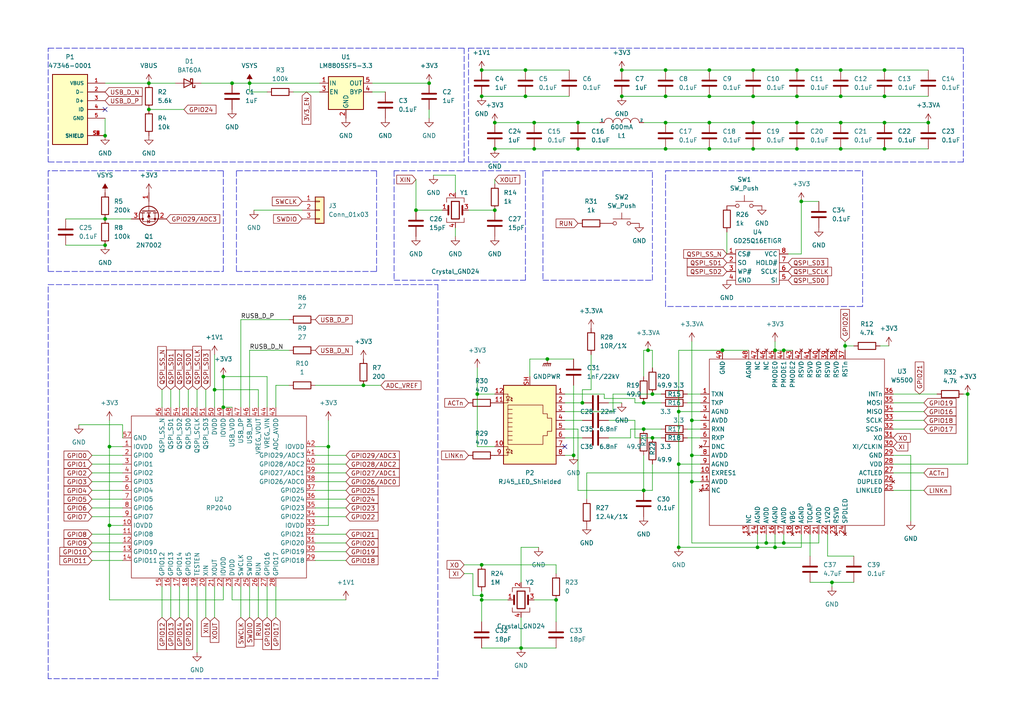
<source format=kicad_sch>
(kicad_sch (version 20211123) (generator eeschema)
  (paper "A4")
  (junction (at 256.54 35.56))
  (junction (at 193.04 43.18))
  (junction (at 124.46 24.13))
  (junction (at 193.04 27.94))
  (junction (at 167.64 43.18))
  (junction (at 143.51 35.56))
  (junction (at 187.96 101.6))
  (junction (at 205.74 35.56))
  (junction (at 180.34 27.94))
  (junction (at 62.23 113.03))
  (junction (at 152.4 20.32))
  (junction (at 139.7 27.94))
  (junction (at 218.44 35.56))
  (junction (at 218.44 43.18))
  (junction (at 241.3 168.91))
  (junction (at 200.66 139.7))
  (junction (at 30.48 39.37))
  (junction (at 269.24 35.56))
  (junction (at 243.84 27.94))
  (junction (at 256.54 20.32))
  (junction (at 139.7 172.72))
  (junction (at 232.41 58.42))
  (junction (at 193.04 35.56))
  (junction (at 95.25 129.54))
  (junction (at 139.7 173.99))
  (junction (at 243.84 20.32))
  (junction (at 166.37 132.08))
  (junction (at 154.94 43.18))
  (junction (at 64.77 109.22))
  (junction (at 143.51 60.96))
  (junction (at 256.54 43.18))
  (junction (at 143.51 43.18))
  (junction (at 196.85 134.62))
  (junction (at 231.14 20.32))
  (junction (at 193.04 20.32))
  (junction (at 280.67 114.3))
  (junction (at 67.31 24.13))
  (junction (at 200.66 121.92))
  (junction (at 186.69 116.84))
  (junction (at 196.85 119.38))
  (junction (at 167.64 35.56))
  (junction (at 152.4 27.94))
  (junction (at 72.39 24.13))
  (junction (at 31.75 129.54))
  (junction (at 158.75 104.14))
  (junction (at 218.44 20.32))
  (junction (at 205.74 20.32))
  (junction (at 205.74 27.94))
  (junction (at 30.48 63.5))
  (junction (at 31.75 152.4))
  (junction (at 218.44 27.94))
  (junction (at 224.79 158.75))
  (junction (at 186.69 142.24))
  (junction (at 231.14 27.94))
  (junction (at 186.69 124.46))
  (junction (at 231.14 43.18))
  (junction (at 196.85 158.75))
  (junction (at 189.23 127))
  (junction (at 200.66 132.08))
  (junction (at 120.65 60.96))
  (junction (at 256.54 27.94))
  (junction (at 64.77 118.11))
  (junction (at 219.71 158.75))
  (junction (at 209.55 101.6))
  (junction (at 161.29 173.99))
  (junction (at 222.25 157.48))
  (junction (at 205.74 43.18))
  (junction (at 180.34 20.32))
  (junction (at 138.43 114.3))
  (junction (at 154.94 35.56))
  (junction (at 168.91 116.84))
  (junction (at 224.79 101.6))
  (junction (at 243.84 43.18))
  (junction (at 227.33 101.6))
  (junction (at 227.33 157.48))
  (junction (at 139.7 163.83))
  (junction (at 151.13 187.96))
  (junction (at 43.18 31.75))
  (junction (at 189.23 114.3))
  (junction (at 243.84 35.56))
  (junction (at 105.41 111.76))
  (junction (at 43.18 24.13))
  (junction (at 139.7 20.32))
  (junction (at 245.11 100.33))
  (junction (at 30.48 71.12))
  (junction (at 231.14 35.56))
  (no_connect (at 30.48 31.75))
  (no_connect (at 163.83 129.54))
  (wire (pts (xy 168.91 113.03) (xy 168.91 116.84)))
  (wire (pts (xy 163.83 127) (xy 168.91 127)))
  (wire (pts (xy 91.44 160.02) (xy 100.33 160.02)))
  (polyline (pts (xy 13.97 49.53) (xy 13.97 78.74)))
  (wire (pts (xy 35.56 152.4) (xy 31.75 152.4)))
  (wire (pts (xy 91.44 154.94) (xy 100.33 154.94)))
  (wire (pts (xy 158.75 104.14) (xy 153.67 104.14)))
  (wire (pts (xy 209.55 101.6) (xy 196.85 101.6)))
  (wire (pts (xy 134.62 166.37) (xy 137.16 166.37)))
  (wire (pts (xy 80.01 111.76) (xy 83.82 111.76)))
  (wire (pts (xy 69.85 92.71) (xy 83.82 92.71)))
  (wire (pts (xy 74.93 170.18) (xy 74.93 179.07)))
  (polyline (pts (xy 279.4 46.99) (xy 135.89 46.99)))
  (wire (pts (xy 182.88 127) (xy 182.88 124.46)))
  (wire (pts (xy 19.05 71.12) (xy 30.48 71.12)))
  (polyline (pts (xy 64.77 49.53) (xy 13.97 49.53)))
  (wire (pts (xy 231.14 35.56) (xy 243.84 35.56)))
  (wire (pts (xy 147.32 173.99) (xy 139.7 173.99)))
  (wire (pts (xy 77.47 109.22) (xy 64.77 109.22)))
  (wire (pts (xy 31.75 129.54) (xy 35.56 129.54)))
  (wire (pts (xy 177.8 119.38) (xy 177.8 114.3)))
  (wire (pts (xy 170.18 137.16) (xy 203.2 137.16)))
  (wire (pts (xy 138.43 114.3) (xy 138.43 129.54)))
  (wire (pts (xy 72.39 24.13) (xy 92.71 24.13)))
  (wire (pts (xy 218.44 27.94) (xy 231.14 27.94)))
  (wire (pts (xy 26.67 144.78) (xy 35.56 144.78)))
  (wire (pts (xy 193.04 35.56) (xy 205.74 35.56)))
  (wire (pts (xy 200.66 157.48) (xy 200.66 139.7)))
  (wire (pts (xy 91.44 152.4) (xy 95.25 152.4)))
  (polyline (pts (xy 193.04 88.9) (xy 193.04 49.53)))
  (wire (pts (xy 243.84 27.94) (xy 256.54 27.94)))
  (polyline (pts (xy 135.89 46.99) (xy 135.89 13.97)))
  (wire (pts (xy 184.15 121.92) (xy 184.15 127)))
  (wire (pts (xy 57.15 170.18) (xy 57.15 189.23)))
  (wire (pts (xy 210.82 67.31) (xy 210.82 73.66)))
  (wire (pts (xy 74.93 118.11) (xy 74.93 113.03)))
  (wire (pts (xy 237.49 154.94) (xy 237.49 157.48)))
  (wire (pts (xy 280.67 134.62) (xy 280.67 114.3)))
  (wire (pts (xy 139.7 187.96) (xy 151.13 187.96)))
  (wire (pts (xy 69.85 170.18) (xy 69.85 179.07)))
  (wire (pts (xy 259.08 142.24) (xy 267.97 142.24)))
  (wire (pts (xy 205.74 35.56) (xy 218.44 35.56)))
  (wire (pts (xy 124.46 34.29) (xy 124.46 31.75)))
  (wire (pts (xy 132.08 68.58) (xy 132.08 66.04)))
  (polyline (pts (xy 134.62 13.97) (xy 134.62 46.99)))
  (wire (pts (xy 232.41 154.94) (xy 232.41 158.75)))
  (wire (pts (xy 80.01 118.11) (xy 80.01 111.76)))
  (wire (pts (xy 49.53 113.03) (xy 49.53 118.11)))
  (wire (pts (xy 245.11 100.33) (xy 245.11 101.6)))
  (wire (pts (xy 62.23 113.03) (xy 62.23 118.11)))
  (wire (pts (xy 73.66 60.96) (xy 87.63 60.96)))
  (wire (pts (xy 264.16 132.08) (xy 264.16 151.13)))
  (wire (pts (xy 139.7 27.94) (xy 152.4 27.94)))
  (wire (pts (xy 167.64 142.24) (xy 186.69 142.24)))
  (wire (pts (xy 167.64 43.18) (xy 193.04 43.18)))
  (wire (pts (xy 154.94 173.99) (xy 161.29 173.99)))
  (polyline (pts (xy 13.97 46.99) (xy 13.97 13.97)))
  (wire (pts (xy 231.14 43.18) (xy 243.84 43.18)))
  (polyline (pts (xy 64.77 78.74) (xy 64.77 49.53)))
  (wire (pts (xy 91.44 157.48) (xy 100.33 157.48)))
  (wire (pts (xy 186.69 35.56) (xy 193.04 35.56)))
  (wire (pts (xy 58.42 24.13) (xy 67.31 24.13)))
  (wire (pts (xy 52.07 113.03) (xy 52.07 118.11)))
  (wire (pts (xy 26.67 139.7) (xy 35.56 139.7)))
  (wire (pts (xy 227.33 154.94) (xy 227.33 157.48)))
  (wire (pts (xy 107.95 26.67) (xy 111.76 26.67)))
  (wire (pts (xy 72.39 170.18) (xy 72.39 179.07)))
  (wire (pts (xy 196.85 119.38) (xy 196.85 134.62)))
  (wire (pts (xy 189.23 127) (xy 191.77 127)))
  (wire (pts (xy 245.11 99.06) (xy 245.11 100.33)))
  (wire (pts (xy 138.43 114.3) (xy 143.51 114.3)))
  (wire (pts (xy 200.66 139.7) (xy 203.2 139.7)))
  (wire (pts (xy 72.39 101.6) (xy 83.82 101.6)))
  (wire (pts (xy 222.25 157.48) (xy 227.33 157.48)))
  (wire (pts (xy 139.7 20.32) (xy 152.4 20.32)))
  (wire (pts (xy 243.84 43.18) (xy 256.54 43.18)))
  (wire (pts (xy 237.49 157.48) (xy 227.33 157.48)))
  (wire (pts (xy 163.83 121.92) (xy 168.91 121.92)))
  (wire (pts (xy 256.54 20.32) (xy 269.24 20.32)))
  (wire (pts (xy 259.08 119.38) (xy 267.97 119.38)))
  (polyline (pts (xy 109.22 78.74) (xy 109.22 49.53)))
  (wire (pts (xy 120.65 60.96) (xy 128.27 60.96)))
  (wire (pts (xy 256.54 35.56) (xy 269.24 35.56)))
  (wire (pts (xy 91.44 132.08) (xy 100.33 132.08)))
  (wire (pts (xy 151.13 179.07) (xy 151.13 187.96)))
  (wire (pts (xy 26.67 147.32) (xy 35.56 147.32)))
  (wire (pts (xy 143.51 52.07) (xy 143.51 53.34)))
  (wire (pts (xy 138.43 106.68) (xy 138.43 114.3)))
  (wire (pts (xy 139.7 172.72) (xy 139.7 173.99)))
  (wire (pts (xy 189.23 114.3) (xy 191.77 114.3)))
  (wire (pts (xy 77.47 170.18) (xy 77.47 179.07)))
  (wire (pts (xy 54.61 113.03) (xy 54.61 118.11)))
  (wire (pts (xy 267.97 116.84) (xy 259.08 116.84)))
  (wire (pts (xy 193.04 43.18) (xy 205.74 43.18)))
  (wire (pts (xy 135.89 60.96) (xy 143.51 60.96)))
  (wire (pts (xy 64.77 109.22) (xy 64.77 118.11)))
  (wire (pts (xy 203.2 132.08) (xy 200.66 132.08)))
  (polyline (pts (xy 189.23 81.28) (xy 189.23 49.53)))
  (wire (pts (xy 91.44 134.62) (xy 100.33 134.62)))
  (wire (pts (xy 91.44 142.24) (xy 100.33 142.24)))
  (wire (pts (xy 205.74 27.94) (xy 218.44 27.94)))
  (wire (pts (xy 120.65 52.07) (xy 120.65 60.96)))
  (wire (pts (xy 77.47 118.11) (xy 77.47 109.22)))
  (wire (pts (xy 72.39 118.11) (xy 72.39 101.6)))
  (wire (pts (xy 152.4 20.32) (xy 165.1 20.32)))
  (wire (pts (xy 167.64 124.46) (xy 167.64 142.24)))
  (wire (pts (xy 231.14 20.32) (xy 243.84 20.32)))
  (wire (pts (xy 186.69 101.6) (xy 187.96 101.6)))
  (wire (pts (xy 240.03 161.29) (xy 247.65 161.29)))
  (wire (pts (xy 205.74 20.32) (xy 218.44 20.32)))
  (wire (pts (xy 143.51 43.18) (xy 154.94 43.18)))
  (polyline (pts (xy 250.19 49.53) (xy 250.19 88.9)))
  (wire (pts (xy 196.85 119.38) (xy 203.2 119.38)))
  (wire (pts (xy 50.8 24.13) (xy 43.18 24.13)))
  (wire (pts (xy 26.67 137.16) (xy 35.56 137.16)))
  (wire (pts (xy 209.55 101.6) (xy 217.17 101.6)))
  (wire (pts (xy 107.95 24.13) (xy 124.46 24.13)))
  (wire (pts (xy 234.95 168.91) (xy 241.3 168.91)))
  (wire (pts (xy 171.45 113.03) (xy 168.91 113.03)))
  (wire (pts (xy 176.53 116.84) (xy 180.34 116.84)))
  (polyline (pts (xy 135.89 13.97) (xy 279.4 13.97)))
  (polyline (pts (xy 127 82.55) (xy 127 196.85)))
  (polyline (pts (xy 68.58 78.74) (xy 109.22 78.74)))
  (wire (pts (xy 232.41 58.42) (xy 237.49 58.42)))
  (polyline (pts (xy 279.4 13.97) (xy 279.4 46.99)))
  (wire (pts (xy 205.74 43.18) (xy 218.44 43.18)))
  (wire (pts (xy 52.07 170.18) (xy 52.07 179.07)))
  (wire (pts (xy 151.13 158.75) (xy 156.21 158.75)))
  (wire (pts (xy 31.75 129.54) (xy 31.75 152.4)))
  (wire (pts (xy 26.67 134.62) (xy 35.56 134.62)))
  (polyline (pts (xy 152.4 49.53) (xy 114.3 49.53)))
  (wire (pts (xy 80.01 170.18) (xy 80.01 179.07)))
  (wire (pts (xy 186.69 132.08) (xy 186.69 142.24)))
  (wire (pts (xy 67.31 173.99) (xy 67.31 170.18)))
  (wire (pts (xy 69.85 118.11) (xy 69.85 92.71)))
  (wire (pts (xy 137.16 166.37) (xy 137.16 172.72)))
  (wire (pts (xy 53.34 31.75) (xy 43.18 31.75)))
  (wire (pts (xy 64.77 173.99) (xy 31.75 173.99)))
  (wire (pts (xy 77.47 26.67) (xy 72.39 26.67)))
  (polyline (pts (xy 189.23 49.53) (xy 157.48 49.53)))
  (wire (pts (xy 163.83 119.38) (xy 177.8 119.38)))
  (wire (pts (xy 91.44 147.32) (xy 100.33 147.32)))
  (wire (pts (xy 196.85 101.6) (xy 196.85 119.38)))
  (wire (pts (xy 186.69 109.22) (xy 186.69 101.6)))
  (wire (pts (xy 95.25 129.54) (xy 91.44 129.54)))
  (wire (pts (xy 91.44 111.76) (xy 105.41 111.76)))
  (polyline (pts (xy 157.48 81.28) (xy 189.23 81.28)))
  (wire (pts (xy 158.75 104.14) (xy 166.37 104.14)))
  (wire (pts (xy 161.29 163.83) (xy 139.7 163.83)))
  (wire (pts (xy 199.39 116.84) (xy 203.2 116.84)))
  (wire (pts (xy 189.23 142.24) (xy 186.69 142.24)))
  (wire (pts (xy 74.93 113.03) (xy 62.23 113.03)))
  (wire (pts (xy 30.48 24.13) (xy 43.18 24.13)))
  (wire (pts (xy 167.64 35.56) (xy 173.99 35.56)))
  (wire (pts (xy 177.8 114.3) (xy 189.23 114.3)))
  (wire (pts (xy 125.73 50.8) (xy 132.08 50.8)))
  (wire (pts (xy 161.29 173.99) (xy 161.29 180.34)))
  (wire (pts (xy 196.85 134.62) (xy 196.85 158.75)))
  (wire (pts (xy 200.66 139.7) (xy 200.66 132.08)))
  (wire (pts (xy 163.83 114.3) (xy 175.26 114.3)))
  (wire (pts (xy 224.79 154.94) (xy 224.79 158.75)))
  (wire (pts (xy 95.25 152.4) (xy 95.25 129.54)))
  (wire (pts (xy 62.23 170.18) (xy 62.23 179.07)))
  (wire (pts (xy 243.84 35.56) (xy 256.54 35.56)))
  (wire (pts (xy 193.04 27.94) (xy 205.74 27.94)))
  (wire (pts (xy 163.83 124.46) (xy 167.64 124.46)))
  (wire (pts (xy 243.84 20.32) (xy 256.54 20.32)))
  (wire (pts (xy 166.37 111.76) (xy 166.37 132.08)))
  (wire (pts (xy 247.65 100.33) (xy 245.11 100.33)))
  (wire (pts (xy 259.08 124.46) (xy 267.97 124.46)))
  (wire (pts (xy 72.39 26.67) (xy 72.39 24.13)))
  (polyline (pts (xy 157.48 49.53) (xy 157.48 81.28)))
  (wire (pts (xy 200.66 157.48) (xy 222.25 157.48)))
  (wire (pts (xy 54.61 170.18) (xy 54.61 179.07)))
  (wire (pts (xy 219.71 154.94) (xy 219.71 158.75)))
  (wire (pts (xy 137.16 172.72) (xy 139.7 172.72)))
  (wire (pts (xy 176.53 121.92) (xy 184.15 121.92)))
  (wire (pts (xy 232.41 158.75) (xy 224.79 158.75)))
  (wire (pts (xy 46.99 113.03) (xy 46.99 118.11)))
  (wire (pts (xy 64.77 118.11) (xy 67.31 118.11)))
  (polyline (pts (xy 114.3 49.53) (xy 114.3 81.28)))
  (wire (pts (xy 180.34 27.94) (xy 193.04 27.94)))
  (wire (pts (xy 186.69 116.84) (xy 191.77 116.84)))
  (wire (pts (xy 219.71 158.75) (xy 224.79 158.75)))
  (wire (pts (xy 227.33 101.6) (xy 229.87 101.6)))
  (wire (pts (xy 26.67 162.56) (xy 35.56 162.56)))
  (polyline (pts (xy 13.97 78.74) (xy 64.77 78.74)))
  (wire (pts (xy 279.4 114.3) (xy 280.67 114.3)))
  (wire (pts (xy 186.69 124.46) (xy 191.77 124.46)))
  (wire (pts (xy 259.08 121.92) (xy 267.97 121.92)))
  (wire (pts (xy 62.23 102.87) (xy 62.23 113.03)))
  (wire (pts (xy 189.23 106.68) (xy 189.23 101.6)))
  (wire (pts (xy 241.3 170.18) (xy 241.3 168.91)))
  (wire (pts (xy 267.97 137.16) (xy 259.08 137.16)))
  (wire (pts (xy 175.26 115.57) (xy 184.15 115.57)))
  (wire (pts (xy 91.44 139.7) (xy 100.33 139.7)))
  (wire (pts (xy 57.15 113.03) (xy 57.15 118.11)))
  (wire (pts (xy 153.67 104.14) (xy 153.67 109.22)))
  (wire (pts (xy 224.79 99.06) (xy 224.79 101.6)))
  (wire (pts (xy 218.44 43.18) (xy 231.14 43.18)))
  (polyline (pts (xy 13.97 13.97) (xy 134.62 13.97)))
  (wire (pts (xy 193.04 20.32) (xy 205.74 20.32)))
  (wire (pts (xy 196.85 158.75) (xy 219.71 158.75)))
  (wire (pts (xy 91.44 137.16) (xy 100.33 137.16)))
  (wire (pts (xy 59.69 113.03) (xy 59.69 118.11)))
  (wire (pts (xy 231.14 27.94) (xy 243.84 27.94)))
  (wire (pts (xy 132.08 50.8) (xy 132.08 55.88)))
  (wire (pts (xy 105.41 111.76) (xy 110.49 111.76)))
  (wire (pts (xy 166.37 132.08) (xy 163.83 132.08)))
  (wire (pts (xy 64.77 170.18) (xy 64.77 173.99)))
  (wire (pts (xy 143.51 35.56) (xy 154.94 35.56)))
  (wire (pts (xy 59.69 170.18) (xy 59.69 179.07)))
  (wire (pts (xy 170.18 144.78) (xy 170.18 137.16)))
  (wire (pts (xy 199.39 124.46) (xy 203.2 124.46)))
  (wire (pts (xy 218.44 20.32) (xy 231.14 20.32)))
  (wire (pts (xy 95.25 121.92) (xy 95.25 129.54)))
  (wire (pts (xy 163.83 116.84) (xy 168.91 116.84)))
  (wire (pts (xy 199.39 114.3) (xy 203.2 114.3)))
  (wire (pts (xy 46.99 170.18) (xy 46.99 179.07)))
  (wire (pts (xy 91.44 162.56) (xy 100.33 162.56)))
  (wire (pts (xy 26.67 160.02) (xy 35.56 160.02)))
  (wire (pts (xy 26.67 132.08) (xy 35.56 132.08)))
  (wire (pts (xy 189.23 134.62) (xy 189.23 142.24)))
  (wire (pts (xy 256.54 43.18) (xy 269.24 43.18)))
  (wire (pts (xy 228.6 73.66) (xy 232.41 73.66)))
  (wire (pts (xy 35.56 123.19) (xy 35.56 127)))
  (wire (pts (xy 232.41 73.66) (xy 232.41 58.42)))
  (wire (pts (xy 200.66 121.92) (xy 203.2 121.92)))
  (wire (pts (xy 67.31 24.13) (xy 72.39 24.13)))
  (polyline (pts (xy 114.3 81.28) (xy 152.4 81.28)))
  (polyline (pts (xy 109.22 49.53) (xy 68.58 49.53)))
  (wire (pts (xy 184.15 116.84) (xy 186.69 116.84)))
  (wire (pts (xy 151.13 187.96) (xy 161.29 187.96)))
  (wire (pts (xy 241.3 168.91) (xy 247.65 168.91)))
  (wire (pts (xy 224.79 101.6) (xy 227.33 101.6)))
  (wire (pts (xy 26.67 157.48) (xy 35.56 157.48)))
  (wire (pts (xy 139.7 173.99) (xy 139.7 180.34)))
  (polyline (pts (xy 250.19 88.9) (xy 193.04 88.9)))
  (polyline (pts (xy 13.97 82.55) (xy 127 82.55)))
  (wire (pts (xy 200.66 132.08) (xy 200.66 121.92)))
  (wire (pts (xy 26.67 142.24) (xy 35.56 142.24)))
  (wire (pts (xy 184.15 115.57) (xy 184.15 116.84)))
  (wire (pts (xy 259.08 134.62) (xy 280.67 134.62)))
  (wire (pts (xy 139.7 171.45) (xy 139.7 172.72)))
  (wire (pts (xy 176.53 127) (xy 182.88 127)))
  (wire (pts (xy 91.44 144.78) (xy 100.33 144.78)))
  (wire (pts (xy 200.66 99.06) (xy 200.66 121.92)))
  (wire (pts (xy 31.75 173.99) (xy 31.75 152.4)))
  (wire (pts (xy 31.75 121.92) (xy 31.75 129.54)))
  (wire (pts (xy 49.53 170.18) (xy 49.53 179.07)))
  (wire (pts (xy 91.44 149.86) (xy 100.33 149.86)))
  (wire (pts (xy 143.51 129.54) (xy 138.43 129.54)))
  (wire (pts (xy 222.25 154.94) (xy 222.25 157.48)))
  (polyline (pts (xy 13.97 196.85) (xy 13.97 82.55)))
  (wire (pts (xy 152.4 27.94) (xy 165.1 27.94)))
  (wire (pts (xy 161.29 166.37) (xy 161.29 163.83)))
  (wire (pts (xy 218.44 35.56) (xy 231.14 35.56)))
  (wire (pts (xy 182.88 124.46) (xy 186.69 124.46)))
  (wire (pts (xy 154.94 43.18) (xy 167.64 43.18)))
  (wire (pts (xy 154.94 35.56) (xy 167.64 35.56)))
  (wire (pts (xy 19.05 63.5) (xy 30.48 63.5)))
  (wire (pts (xy 85.09 26.67) (xy 92.71 26.67)))
  (wire (pts (xy 22.86 123.19) (xy 35.56 123.19)))
  (wire (pts (xy 184.15 127) (xy 189.23 127)))
  (polyline (pts (xy 193.04 49.53) (xy 250.19 49.53)))
  (wire (pts (xy 30.48 63.5) (xy 38.1 63.5)))
  (wire (pts (xy 199.39 127) (xy 203.2 127)))
  (wire (pts (xy 259.08 114.3) (xy 271.78 114.3)))
  (wire (pts (xy 180.34 20.32) (xy 193.04 20.32)))
  (polyline (pts (xy 134.62 46.99) (xy 13.97 46.99)))
  (wire (pts (xy 256.54 27.94) (xy 269.24 27.94)))
  (wire (pts (xy 100.33 173.99) (xy 67.31 173.99)))
  (wire (pts (xy 234.95 154.94) (xy 234.95 161.29)))
  (wire (pts (xy 30.48 34.29) (xy 30.48 39.37)))
  (wire (pts (xy 175.26 114.3) (xy 175.26 115.57)))
  (wire (pts (xy 151.13 168.91) (xy 151.13 158.75)))
  (polyline (pts (xy 127 196.85) (xy 13.97 196.85)))
  (wire (pts (xy 259.08 132.08) (xy 264.16 132.08)))
  (wire (pts (xy 189.23 101.6) (xy 187.96 101.6)))
  (wire (pts (xy 257.81 100.33) (xy 255.27 100.33)))
  (wire (pts (xy 26.67 154.94) (xy 35.56 154.94)))
  (polyline (pts (xy 152.4 81.28) (xy 152.4 49.53)))
  (wire (pts (xy 196.85 134.62) (xy 203.2 134.62)))
  (wire (pts (xy 171.45 102.87) (xy 171.45 113.03)))
  (wire (pts (xy 26.67 149.86) (xy 35.56 149.86)))
  (wire (pts (xy 240.03 154.94) (xy 240.03 161.29)))
  (wire (pts (xy 134.62 163.83) (xy 139.7 163.83)))
  (polyline (pts (xy 68.58 49.53) (xy 68.58 78.74)))
  (label "RUSB_D_P" (at 69.85 92.71 0))
  (label "RUSB_D_N" (at 72.39 101.6 0))
  (global_label "GPIO12" (shape input) (at 46.99 179.07 270) (property "Intersheet References" "${INTERSHEET_REFS}" (effects hide)))
  (global_label "GPIO6" (shape input) (at 26.67 147.32 180) (property "Intersheet References" "${INTERSHEET_REFS}" (effects hide)))
  (global_label "GPIO21" (shape input) (at 100.33 154.94 0) (property "Intersheet References" "${INTERSHEET_REFS}" (effects hide)))
  (global_label "GPIO28{slash}ADC2" (shape input) (at 100.33 134.62 0) (property "Intersheet References" "${INTERSHEET_REFS}" (effects hide)))
  (global_label "GPIO18" (shape input) (at 267.97 121.92 0) (property "Intersheet References" "${INTERSHEET_REFS}" (effects hide)))
  (global_label "SWDIO" (shape input) (at 87.63 63.5 180) (property "Intersheet References" "${INTERSHEET_REFS}" (effects hide)))
  (global_label "RUN" (shape input) (at 167.64 64.77 180) (property "Intersheet References" "${INTERSHEET_REFS}" (effects hide)))
  (global_label "XIN" (shape input) (at 120.65 52.07 180) (property "Intersheet References" "${INTERSHEET_REFS}" (effects hide)))
  (global_label "GPIO20" (shape input) (at 245.11 99.06 90) (property "Intersheet References" "${INTERSHEET_REFS}" (effects hide)))
  (global_label "RUN" (shape input) (at 74.93 179.07 270) (property "Intersheet References" "${INTERSHEET_REFS}" (effects hide)))
  (global_label "GPIO9" (shape input) (at 26.67 157.48 180) (property "Intersheet References" "${INTERSHEET_REFS}" (effects hide)))
  (global_label "GPIO19" (shape input) (at 267.97 116.84 0) (property "Intersheet References" "${INTERSHEET_REFS}" (effects hide)))
  (global_label "3V3_EN" (shape input) (at 88.9 26.67 270) (property "Intersheet References" "${INTERSHEET_REFS}" (effects hide)))
  (global_label "XOUT" (shape input) (at 62.23 179.07 270) (property "Intersheet References" "${INTERSHEET_REFS}" (effects hide)))
  (global_label "QSPI_SD3" (shape input) (at 228.6 76.2 0) (property "Intersheet References" "${INTERSHEET_REFS}" (effects hide)))
  (global_label "SWCLK" (shape input) (at 69.85 179.07 270) (property "Intersheet References" "${INTERSHEET_REFS}" (effects hide)))
  (global_label "QSPI_SS_N" (shape input) (at 46.99 113.03 90) (property "Intersheet References" "${INTERSHEET_REFS}" (effects hide)))
  (global_label "QSPI_SD0" (shape input) (at 54.61 113.03 90) (property "Intersheet References" "${INTERSHEET_REFS}" (effects hide)))
  (global_label "GPIO11" (shape input) (at 26.67 162.56 180) (property "Intersheet References" "${INTERSHEET_REFS}" (effects hide)))
  (global_label "GPIO10" (shape input) (at 26.67 160.02 180) (property "Intersheet References" "${INTERSHEET_REFS}" (effects hide)))
  (global_label "XIN" (shape input) (at 59.69 179.07 270) (property "Intersheet References" "${INTERSHEET_REFS}" (effects hide)))
  (global_label "GPIO17" (shape input) (at 267.97 124.46 0) (property "Intersheet References" "${INTERSHEET_REFS}" (effects hide)))
  (global_label "GPIO0" (shape input) (at 26.67 132.08 180) (property "Intersheet References" "${INTERSHEET_REFS}" (effects hide)))
  (global_label "USB_D_P" (shape input) (at 30.48 29.21 0) (property "Intersheet References" "${INTERSHEET_REFS}" (effects hide)))
  (global_label "GPIO4" (shape input) (at 26.67 142.24 180) (property "Intersheet References" "${INTERSHEET_REFS}" (effects hide)))
  (global_label "USB_D_N" (shape input) (at 30.48 26.67 0) (property "Intersheet References" "${INTERSHEET_REFS}" (effects hide)))
  (global_label "GPIO19" (shape input) (at 100.33 160.02 0) (property "Intersheet References" "${INTERSHEET_REFS}" (effects hide)))
  (global_label "QSPI_SD0" (shape input) (at 228.6 81.28 0) (property "Intersheet References" "${INTERSHEET_REFS}" (effects hide)))
  (global_label "GPIO16" (shape input) (at 77.47 179.07 270) (property "Intersheet References" "${INTERSHEET_REFS}" (effects hide)))
  (global_label "QSPI_SD3" (shape input) (at 59.69 113.03 90) (property "Intersheet References" "${INTERSHEET_REFS}" (effects hide)))
  (global_label "USB_D_P" (shape input) (at 91.44 92.71 0) (property "Intersheet References" "${INTERSHEET_REFS}" (effects hide)))
  (global_label "GPIO21" (shape input) (at 266.7 114.3 90) (property "Intersheet References" "${INTERSHEET_REFS}" (effects hide)))
  (global_label "QSPI_SCLK" (shape input) (at 228.6 78.74 0) (property "Intersheet References" "${INTERSHEET_REFS}" (effects hide)))
  (global_label "GPIO1" (shape input) (at 26.67 134.62 180) (property "Intersheet References" "${INTERSHEET_REFS}" (effects hide)))
  (global_label "QSPI_SD2" (shape input) (at 210.82 78.74 180) (property "Intersheet References" "${INTERSHEET_REFS}" (effects hide)))
  (global_label "QSPI_SD2" (shape input) (at 52.07 113.03 90) (property "Intersheet References" "${INTERSHEET_REFS}" (effects hide)))
  (global_label "GPIO23" (shape input) (at 100.33 147.32 0) (property "Intersheet References" "${INTERSHEET_REFS}" (effects hide)))
  (global_label "GPIO5" (shape input) (at 26.67 144.78 180) (property "Intersheet References" "${INTERSHEET_REFS}" (effects hide)))
  (global_label "GPIO20" (shape input) (at 100.33 157.48 0) (property "Intersheet References" "${INTERSHEET_REFS}" (effects hide)))
  (global_label "GPIO27{slash}ADC1" (shape input) (at 100.33 137.16 0) (property "Intersheet References" "${INTERSHEET_REFS}" (effects hide)))
  (global_label "QSPI_SS_N" (shape input) (at 210.82 73.66 180) (property "Intersheet References" "${INTERSHEET_REFS}" (effects hide)))
  (global_label "QSPI_SD1" (shape input) (at 210.82 76.2 180) (property "Intersheet References" "${INTERSHEET_REFS}" (effects hide)))
  (global_label "GPIO8" (shape input) (at 26.67 154.94 180) (property "Intersheet References" "${INTERSHEET_REFS}" (effects hide)))
  (global_label "GPIO17" (shape input) (at 80.01 179.07 270) (property "Intersheet References" "${INTERSHEET_REFS}" (effects hide)))
  (global_label "GPIO2" (shape input) (at 26.67 137.16 180) (property "Intersheet References" "${INTERSHEET_REFS}" (effects hide)))
  (global_label "ADC_VREF" (shape input) (at 110.49 111.76 0) (property "Intersheet References" "${INTERSHEET_REFS}" (effects hide)))
  (global_label "XOUT" (shape input) (at 143.51 52.07 0) (property "Intersheet References" "${INTERSHEET_REFS}" (effects hide)))
  (global_label "GPIO14" (shape input) (at 52.07 179.07 270) (property "Intersheet References" "${INTERSHEET_REFS}" (effects hide)))
  (global_label "GPIO26{slash}ADC0" (shape input) (at 100.33 139.7 0) (property "Intersheet References" "${INTERSHEET_REFS}" (effects hide)))
  (global_label "XO" (shape input) (at 134.62 163.83 180) (property "Intersheet References" "${INTERSHEET_REFS}" (effects hide)))
  (global_label "GPIO29{slash}ADC3" (shape input) (at 48.26 63.5 0) (property "Intersheet References" "${INTERSHEET_REFS}" (effects hide)))
  (global_label "GPIO3" (shape input) (at 26.67 139.7 180) (property "Intersheet References" "${INTERSHEET_REFS}" (effects hide)))
  (global_label "GPIO16" (shape input) (at 267.97 119.38 0) (property "Intersheet References" "${INTERSHEET_REFS}" (effects hide)))
  (global_label "GPIO15" (shape input) (at 54.61 179.07 270) (property "Intersheet References" "${INTERSHEET_REFS}" (effects hide)))
  (global_label "USB_D_N" (shape input) (at 91.44 101.6 0) (property "Intersheet References" "${INTERSHEET_REFS}" (effects hide)))
  (global_label "GPIO29{slash}ADC3" (shape input) (at 100.33 132.08 0) (property "Intersheet References" "${INTERSHEET_REFS}" (effects hide)))
  (global_label "LINKn" (shape input) (at 135.89 132.08 180) (property "Intersheet References" "${INTERSHEET_REFS}" (effects hide)))
  (global_label "GPIO13" (shape input) (at 49.53 179.07 270) (property "Intersheet References" "${INTERSHEET_REFS}" (effects hide)))
  (global_label "GPIO25" (shape input) (at 100.33 142.24 0) (property "Intersheet References" "${INTERSHEET_REFS}" (effects hide)))
  (global_label "XI" (shape input) (at 259.08 129.54 0) (property "Intersheet References" "${INTERSHEET_REFS}" (effects hide)))
  (global_label "QSPI_SD1" (shape input) (at 49.53 113.03 90) (property "Intersheet References" "${INTERSHEET_REFS}" (effects hide)))
  (global_label "LINKn" (shape input) (at 267.97 142.24 0) (property "Intersheet References" "${INTERSHEET_REFS}" (effects hide)))
  (global_label "ACTn" (shape input) (at 267.97 137.16 0) (property "Intersheet References" "${INTERSHEET_REFS}" (effects hide)))
  (global_label "SWCLK" (shape input) (at 87.63 58.42 180) (property "Intersheet References" "${INTERSHEET_REFS}" (effects hide)))
  (global_label "SWDIO" (shape input) (at 72.39 179.07 270) (property "Intersheet References" "${INTERSHEET_REFS}" (effects hide)))
  (global_label "GPIO22" (shape input) (at 100.33 149.86 0) (property "Intersheet References" "${INTERSHEET_REFS}" (effects hide)))
  (global_label "ACTn" (shape input) (at 135.89 116.84 180) (property "Intersheet References" "${INTERSHEET_REFS}" (effects hide)))
  (global_label "GPIO7" (shape input) (at 26.67 149.86 180) (property "Intersheet References" "${INTERSHEET_REFS}" (effects hide)))
  (global_label "XO" (shape input) (at 259.08 127 0) (property "Intersheet References" "${INTERSHEET_REFS}" (effects hide)))
  (global_label "GPIO24" (shape input) (at 53.34 31.75 0) (property "Intersheet References" "${INTERSHEET_REFS}" (effects hide)))
  (global_label "GPIO18" (shape input) (at 100.33 162.56 0) (property "Intersheet References" "${INTERSHEET_REFS}" (effects hide)))
  (global_label "GPIO24" (shape input) (at 100.33 144.78 0) (property "Intersheet References" "${INTERSHEET_REFS}" (effects hide)))
  (global_label "XI" (shape input) (at 134.62 166.37 180) (property "Intersheet References" "${INTERSHEET_REFS}" (effects hide)))
  (global_label "QSPI_SCLK" (shape input) (at 57.15 113.03 90) (property "Intersheet References" "${INTERSHEET_REFS}" (effects hide)))
  (symbol (lib_id "Device:R") (at 170.18 148.59 180) (unit 1)
    (property "Reference" "R27" (at 172.72 147.3199 0) (effects (justify right)))
    (property "Value" "12.4k/1%" (at 172.72 149.8599 0) (effects (justify right)))
    (property "Footprint" "Resistor_SMD:R_0201_0603Metric" (effects hide))
  )
  (symbol (lib_id "Device:C") (at 172.72 127 90) (unit 1)
    (property "Reference" "C36" (at 170.18 129.54 90))
    (property "Value" "6.8nF" (at 176.53 129.54 90))
    (property "Footprint" "Capacitor_SMD:C_0201_0603Metric" (effects hide))
  )
  (symbol (lib_id "power:GND") (at 30.48 71.12 0) (unit 1)
    (property "Reference" "#PWR0103" (effects hide))
    (property "Value" "GND" (at 30.48 76.2 0))
  )
  (symbol (lib_id "Device:R") (at 195.58 116.84 90) (unit 1)
    (property "Reference" "R16" (at 195.58 116.84 90))
    (property "Value" "3.3" (at 193.04 119.38 90))
    (property "Footprint" "Resistor_SMD:R_0201_0603Metric" (effects hide))
  )
  (symbol (lib_id "power:GND") (at 22.86 123.19 0) (unit 1)
    (property "Reference" "#PWR0104" (effects hide))
    (property "Value" "GND" (at 22.86 128.27 0))
  )
  (symbol (lib_id "power:GND") (at 237.49 66.04 0) (unit 1)
    (property "Reference" "#PWR0113" (effects hide))
    (property "Value" "GND" (at 237.49 71.12 0))
  )
  (symbol (lib_id "power:GND") (at 151.13 187.96 0) (unit 1)
    (property "Reference" "#PWR0124" (effects hide))
    (property "Value" "GND" (at 151.13 193.04 0))
  )
  (symbol (lib_id "Connector:RJ45_LED_Shielded") (at 153.67 121.92 0) (mirror x) (unit 1)
    (property "Reference" "P2" (at 153.67 137.16 0))
    (property "Value" "RJ45_LED_Shielded" (at 153.67 139.7 0))
    (property "Footprint" "01-rickbassham:J1B1211CCD" (effects hide))
    (property "Manufacturer PN" "J1B1211CCD" (effects hide))
    (property "lcsc" "C910371" (effects hide))
  )
  (symbol (lib_id "power:VBUS") (at 43.18 24.13 0) (unit 1)
    (property "Reference" "#PWR01" (effects hide))
    (property "Value" "VBUS" (at 43.18 19.05 0))
  )
  (symbol (lib_id "Device:C") (at 247.65 165.1 0) (unit 1)
    (property "Reference" "C39" (at 251.46 163.8299 0) (effects (justify left)))
    (property "Value" "0.1uF" (at 251.46 166.3699 0) (effects (justify left)))
    (property "Footprint" "Capacitor_SMD:C_0201_0603Metric" (effects hide))
  )
  (symbol (lib_id "power:+3.3V") (at 64.77 109.22 0) (unit 1)
    (property "Reference" "#PWR0108" (effects hide))
    (property "Value" "+3.3V" (at 64.77 104.14 0))
  )
  (symbol (lib_id "Device:C") (at 234.95 165.1 0) (unit 1)
    (property "Reference" "C37" (at 238.76 163.8299 0) (effects (justify left)))
    (property "Value" "4.7uF" (at 238.76 166.3699 0) (effects (justify left)))
    (property "Footprint" "Capacitor_SMD:C_0201_0603Metric" (effects hide))
  )
  (symbol (lib_id "power:GND") (at 143.51 43.18 0) (unit 1)
    (property "Reference" "#PWR0140" (effects hide))
    (property "Value" "GND" (at 143.51 48.26 0))
  )
  (symbol (lib_id "01-rickbassham:GD25Q16ETIGR") (at 219.71 67.31 0) (unit 1)
    (property "Reference" "U4" (at 219.71 67.31 0))
    (property "Value" "GD25Q16ETIGR" (at 219.71 69.85 0))
    (property "Footprint" "Package_SO:SOP-8_3.9x4.9mm_P1.27mm" (effects hide))
  )
  (symbol (lib_id "Device:R") (at 161.29 170.18 180) (unit 1)
    (property "Reference" "R23" (at 163.83 168.9099 0) (effects (justify right)))
    (property "Value" "0" (at 163.83 171.4499 0) (effects (justify right)))
    (property "Footprint" "Resistor_SMD:R_0201_0603Metric" (effects hide))
  )
  (symbol (lib_id "01-rickbassham:47346-0001") (at 20.32 31.75 0) (mirror y) (unit 1)
    (property "Reference" "P1" (at 20.32 16.51 0))
    (property "Value" "47346-0001" (at 20.32 19.05 0))
    (property "Footprint" "01-rickbassham:MOLEX_47346-0001" (effects hide))
    (property "lcsc" "C132560" (effects hide))
  )
  (symbol (lib_id "power:GND") (at 210.82 81.28 0) (unit 1)
    (property "Reference" "#PWR0110" (effects hide))
    (property "Value" "GND" (at 210.82 86.36 0))
  )
  (symbol (lib_id "power:+3.3VA") (at 200.66 99.06 0) (unit 1)
    (property "Reference" "#PWR0117" (effects hide))
    (property "Value" "+3.3VA" (at 200.66 93.98 0))
  )
  (symbol (lib_id "Device:R") (at 105.41 107.95 180) (unit 1)
    (property "Reference" "R7" (at 107.95 106.6799 0) (effects (justify right)))
    (property "Value" "200" (at 107.95 109.2199 0) (effects (justify right)))
    (property "Footprint" "Resistor_SMD:R_0201_0603Metric" (effects hide))
  )
  (symbol (lib_id "Device:C") (at 218.44 24.13 0) (unit 1)
    (property "Reference" "C10" (at 222.25 22.8599 0) (effects (justify left)))
    (property "Value" "0.1uF" (at 222.25 25.3999 0) (effects (justify left)))
    (property "Footprint" "Capacitor_SMD:C_0201_0603Metric" (effects hide))
  )
  (symbol (lib_id "power:GND") (at 220.98 59.69 0) (unit 1)
    (property "Reference" "#PWR0111" (effects hide))
    (property "Value" "GND" (at 220.98 64.77 0))
  )
  (symbol (lib_id "Device:C") (at 193.04 24.13 0) (unit 1)
    (property "Reference" "C8" (at 196.85 22.8599 0) (effects (justify left)))
    (property "Value" "0.1uF" (at 196.85 25.3999 0) (effects (justify left)))
    (property "Footprint" "Capacitor_SMD:C_0201_0603Metric" (effects hide))
  )
  (symbol (lib_id "Device:C") (at 237.49 62.23 0) (unit 1)
    (property "Reference" "C34" (at 241.3 60.9599 0) (effects (justify left)))
    (property "Value" "0.1uF" (at 241.3 63.4999 0) (effects (justify left)))
    (property "Footprint" "Capacitor_SMD:C_0201_0603Metric" (effects hide))
  )
  (symbol (lib_id "power:GND") (at 143.51 68.58 0) (unit 1)
    (property "Reference" "#PWR0137" (effects hide))
    (property "Value" "GND" (at 143.51 73.66 0))
  )
  (symbol (lib_id "Device:R") (at 81.28 26.67 90) (unit 1)
    (property "Reference" "R3" (at 81.28 20.32 90))
    (property "Value" "100k" (at 81.28 22.86 90))
    (property "Footprint" "Resistor_SMD:R_0201_0603Metric" (effects hide))
  )
  (symbol (lib_id "power:GND") (at 166.37 132.08 0) (unit 1)
    (property "Reference" "#PWR0130" (effects hide))
    (property "Value" "GND" (at 166.37 137.16 0))
  )
  (symbol (lib_id "power:+3.3V") (at 138.43 106.68 0) (unit 1)
    (property "Reference" "#PWR0132" (effects hide))
    (property "Value" "+3.3V" (at 138.43 101.6 0))
  )
  (symbol (lib_id "power:+3.3V") (at 180.34 20.32 0) (unit 1)
    (property "Reference" "#PWR05" (effects hide))
    (property "Value" "+3.3V" (at 180.34 15.24 0))
  )
  (symbol (lib_id "Device:C") (at 269.24 24.13 0) (unit 1)
    (property "Reference" "C14" (at 273.05 22.8599 0) (effects (justify left)))
    (property "Value" "0.1uF" (at 273.05 25.3999 0) (effects (justify left)))
    (property "Footprint" "Capacitor_SMD:C_0201_0603Metric" (effects hide))
  )
  (symbol (lib_id "Device:C") (at 154.94 39.37 0) (unit 1)
    (property "Reference" "C15" (at 158.75 38.0999 0) (effects (justify left)))
    (property "Value" "0.1uF" (at 158.75 40.6399 0) (effects (justify left)))
    (property "Footprint" "Capacitor_SMD:C_0201_0603Metric" (effects hide))
  )
  (symbol (lib_id "power:GND") (at 185.42 64.77 0) (unit 1)
    (property "Reference" "#PWR0134" (effects hide))
    (property "Value" "GND" (at 185.42 69.85 0))
  )
  (symbol (lib_id "power:GND") (at 67.31 31.75 0) (unit 1)
    (property "Reference" "#PWR06" (effects hide))
    (property "Value" "GND" (at 67.31 36.83 0))
  )
  (symbol (lib_id "Device:D_Schottky") (at 54.61 24.13 180) (unit 1)
    (property "Reference" "D1" (at 54.9275 17.78 0))
    (property "Value" "BAT60A" (at 54.9275 20.32 0))
    (property "Footprint" "Diode_SMD:D_SOD-323" (effects hide))
    (property "Manufacturer PN" "BAT60AE6327HTSA1" (effects hide))
    (property "lcsc" "C117485" (effects hide))
  )
  (symbol (lib_id "Device:C") (at 172.72 116.84 90) (unit 1)
    (property "Reference" "C28" (at 170.18 119.38 90))
    (property "Value" "22nF" (at 176.53 119.38 90))
    (property "Footprint" "Capacitor_SMD:C_0201_0603Metric" (effects hide))
  )
  (symbol (lib_id "Device:C") (at 139.7 184.15 0) (unit 1)
    (property "Reference" "C32" (at 143.51 182.8799 0) (effects (justify left)))
    (property "Value" "18pF" (at 143.51 185.4199 0) (effects (justify left)))
    (property "Footprint" "Capacitor_SMD:C_0201_0603Metric" (effects hide))
  )
  (symbol (lib_id "Device:C") (at 256.54 39.37 0) (unit 1)
    (property "Reference" "C22" (at 260.35 38.0999 0) (effects (justify left)))
    (property "Value" "0.1uF" (at 260.35 40.6399 0) (effects (justify left)))
    (property "Footprint" "Capacitor_SMD:C_0201_0603Metric" (effects hide))
  )
  (symbol (lib_id "power:GND") (at 156.21 158.75 0) (unit 1)
    (property "Reference" "#PWR0125" (effects hide))
    (property "Value" "GND" (at 156.21 163.83 0))
  )
  (symbol (lib_id "Device:C") (at 139.7 24.13 0) (unit 1)
    (property "Reference" "C4" (at 143.51 22.8599 0) (effects (justify left)))
    (property "Value" "1uF" (at 143.51 25.3999 0) (effects (justify left)))
    (property "Footprint" "Capacitor_SMD:C_0201_0603Metric" (effects hide))
  )
  (symbol (lib_id "Device:R") (at 189.23 110.49 180) (unit 1)
    (property "Reference" "R20" (at 190.5 109.22 0) (effects (justify right)))
    (property "Value" "49.9" (at 190.5 111.76 0) (effects (justify right)))
    (property "Footprint" "Resistor_SMD:R_0201_0603Metric" (effects hide))
  )
  (symbol (lib_id "power:GND") (at 186.69 149.86 0) (unit 1)
    (property "Reference" "#PWR0122" (effects hide))
    (property "Value" "GND" (at 186.69 154.94 0))
  )
  (symbol (lib_id "Device:R") (at 87.63 111.76 90) (unit 1)
    (property "Reference" "R10" (at 87.63 105.41 90))
    (property "Value" "1" (at 87.63 107.95 90))
    (property "Footprint" "Resistor_SMD:R_0201_0603Metric" (effects hide))
  )
  (symbol (lib_id "Device:R") (at 195.58 114.3 90) (unit 1)
    (property "Reference" "R15" (at 195.58 114.3 90))
    (property "Value" "3.3" (at 196.85 111.76 90))
    (property "Footprint" "Resistor_SMD:R_0201_0603Metric" (effects hide))
  )
  (symbol (lib_id "Device:C") (at 269.24 39.37 0) (unit 1)
    (property "Reference" "C23" (at 273.05 38.0999 0) (effects (justify left)))
    (property "Value" "0.1uF" (at 273.05 40.6399 0) (effects (justify left)))
    (property "Footprint" "Capacitor_SMD:C_0201_0603Metric" (effects hide))
  )
  (symbol (lib_id "Device:R") (at 87.63 101.6 90) (unit 1)
    (property "Reference" "R9" (at 87.63 95.25 90))
    (property "Value" "27" (at 87.63 97.79 90))
    (property "Footprint" "Resistor_SMD:R_0201_0603Metric" (effects hide))
  )
  (symbol (lib_id "power:+3.3VA") (at 171.45 95.25 0) (unit 1)
    (property "Reference" "#PWR0133" (effects hide))
    (property "Value" "+3.3VA" (at 171.45 90.17 0))
  )
  (symbol (lib_id "Device:C") (at 193.04 39.37 0) (unit 1)
    (property "Reference" "C17" (at 196.85 38.0999 0) (effects (justify left)))
    (property "Value" "0.1uF" (at 196.85 40.6399 0) (effects (justify left)))
    (property "Footprint" "Capacitor_SMD:C_0201_0603Metric" (effects hide))
  )
  (symbol (lib_id "Device:R") (at 275.59 114.3 270) (unit 1)
    (property "Reference" "R32" (at 275.59 107.95 90))
    (property "Value" "4.7k" (at 275.59 110.49 90))
    (property "Footprint" "Resistor_SMD:R_0201_0603Metric" (effects hide))
  )
  (symbol (lib_id "Device:C") (at 256.54 24.13 0) (unit 1)
    (property "Reference" "C13" (at 260.35 22.8599 0) (effects (justify left)))
    (property "Value" "0.1uF" (at 260.35 25.3999 0) (effects (justify left)))
    (property "Footprint" "Capacitor_SMD:C_0201_0603Metric" (effects hide))
  )
  (symbol (lib_id "Device:Crystal_GND24") (at 132.08 60.96 0) (unit 1)
    (property "Reference" "Y1" (at 134.62 55.88 0))
    (property "Value" "Crystal_GND24" (at 132.08 78.74 0))
    (property "Footprint" "Crystal:Crystal_SMD_3225-4Pin_3.2x2.5mm" (effects hide))
    (property "lcsc" "C133334" (effects hide))
  )
  (symbol (lib_id "power:GND") (at 241.3 170.18 0) (unit 1)
    (property "Reference" "#PWR0119" (effects hide))
    (property "Value" "GND" (at 241.3 175.26 0))
  )
  (symbol (lib_id "Device:C") (at 218.44 39.37 0) (unit 1)
    (property "Reference" "C19" (at 222.25 38.0999 0) (effects (justify left)))
    (property "Value" "0.1uF" (at 222.25 40.6399 0) (effects (justify left)))
    (property "Footprint" "Capacitor_SMD:C_0201_0603Metric" (effects hide))
  )
  (symbol (lib_id "Device:R") (at 171.45 64.77 90) (unit 1)
    (property "Reference" "R31" (at 171.45 58.42 90))
    (property "Value" "1k" (at 171.45 60.96 90))
    (property "Footprint" "Resistor_SMD:R_0201_0603Metric" (effects hide))
  )
  (symbol (lib_id "power:GND") (at 264.16 151.13 0) (unit 1)
    (property "Reference" "#PWR0121" (effects hide))
    (property "Value" "GND" (at 264.16 156.21 0))
  )
  (symbol (lib_id "power:GND") (at 100.33 34.29 0) (unit 1)
    (property "Reference" "#PWR09" (effects hide))
    (property "Value" "GND" (at 100.33 39.37 0))
  )
  (symbol (lib_id "Device:C") (at 143.51 64.77 0) (unit 1)
    (property "Reference" "C27" (at 147.32 63.4999 0) (effects (justify left)))
    (property "Value" "15pF" (at 147.32 66.0399 0) (effects (justify left)))
    (property "Footprint" "Capacitor_SMD:C_0201_0603Metric" (effects hide))
  )
  (symbol (lib_id "Device:C") (at 124.46 27.94 0) (unit 1)
    (property "Reference" "C2" (at 128.27 26.6699 0) (effects (justify left)))
    (property "Value" "1uF" (at 128.27 29.2099 0) (effects (justify left)))
    (property "Footprint" "Capacitor_SMD:C_0201_0603Metric" (effects hide))
  )
  (symbol (lib_id "01-rickbassham:LM8805SF5-3.3") (at 100.33 26.67 0) (unit 1)
    (property "Reference" "U1" (at 100.33 16.51 0))
    (property "Value" "LM8805SF5-3.3" (at 100.33 19.05 0))
    (property "Footprint" "Package_TO_SOT_SMD:SOT-23-5" (effects hide))
    (property "lcsc" "C126077" (effects hide))
  )
  (symbol (lib_id "power:+3.3V") (at 257.81 100.33 0) (unit 1)
    (property "Reference" "#PWR0115" (effects hide))
    (property "Value" "+3.3V" (at 257.81 95.25 0))
  )
  (symbol (lib_id "Device:R") (at 43.18 27.94 0) (unit 1)
    (property "Reference" "R2" (at 45.72 26.6699 0) (effects (justify left)))
    (property "Value" "5.6k" (at 45.72 29.2099 0) (effects (justify left)))
    (property "Footprint" "Resistor_SMD:R_0201_0603Metric" (effects hide))
  )
  (symbol (lib_id "Device:R") (at 143.51 57.15 0) (unit 1)
    (property "Reference" "R14" (at 146.05 55.8799 0) (effects (justify left)))
    (property "Value" "1k" (at 146.05 58.4199 0) (effects (justify left)))
    (property "Footprint" "Resistor_SMD:R_0201_0603Metric" (effects hide))
  )
  (symbol (lib_id "power:+3.3V") (at 232.41 58.42 0) (unit 1)
    (property "Reference" "#PWR0112" (effects hide))
    (property "Value" "+3.3V" (at 232.41 53.34 0))
  )
  (symbol (lib_id "power:+3.3V") (at 280.67 114.3 0) (unit 1)
    (property "Reference" "#PWR0120" (effects hide))
    (property "Value" "+3.3V" (at 280.67 109.22 0))
  )
  (symbol (lib_id "power:GND") (at 132.08 68.58 0) (unit 1)
    (property "Reference" "#PWR0136" (effects hide))
    (property "Value" "GND" (at 132.08 73.66 0))
  )
  (symbol (lib_id "01-rickbassham:VSYS") (at 30.48 55.88 0) (unit 1)
    (property "Reference" "#PWR0101" (effects hide))
    (property "Value" "VSYS" (at 30.48 50.8 0))
  )
  (symbol (lib_id "power:GND") (at 180.34 27.94 0) (unit 1)
    (property "Reference" "#PWR08" (effects hide))
    (property "Value" "GND" (at 180.34 33.02 0))
  )
  (symbol (lib_id "Device:C") (at 186.69 146.05 0) (unit 1)
    (property "Reference" "C30" (at 190.5 144.7799 0) (effects (justify left)))
    (property "Value" "0.1uF" (at 190.5 147.3199 0) (effects (justify left)))
    (property "Footprint" "Capacitor_SMD:C_0201_0603Metric" (effects hide))
  )
  (symbol (lib_id "power:+3.3V") (at 95.25 121.92 0) (unit 1)
    (property "Reference" "#PWR0126" (effects hide))
    (property "Value" "+3.3V" (at 95.25 116.84 0))
  )
  (symbol (lib_id "power:GND") (at 196.85 158.75 0) (unit 1)
    (property "Reference" "#PWR0114" (effects hide))
    (property "Value" "GND" (at 196.85 163.83 0))
  )
  (symbol (lib_id "power:+1V1") (at 100.33 173.99 0) (unit 1)
    (property "Reference" "#PWR0106" (effects hide))
    (property "Value" "+1V1" (at 100.33 168.91 0))
  )
  (symbol (lib_id "power:GND") (at 180.34 116.84 0) (unit 1)
    (property "Reference" "#PWR0131" (effects hide))
    (property "Value" "GND" (at 180.34 121.92 0))
  )
  (symbol (lib_id "power:+3.3V") (at 124.46 24.13 0) (unit 1)
    (property "Reference" "#PWR03" (effects hide))
    (property "Value" "+3.3V" (at 124.46 19.05 0))
  )
  (symbol (lib_id "01-rickbassham:RP2040") (at 63.5 146.05 0) (unit 1)
    (property "Reference" "U2" (at 63.5 144.78 0))
    (property "Value" "RP2040" (at 63.5 147.32 0))
    (property "Footprint" "Package_DFN_QFN:QFN-56-1EP_7x7mm_P0.4mm_EP5.6x5.6mm" (effects hide))
  )
  (symbol (lib_id "01-rickbassham:W5500") (at 231.14 128.27 0) (unit 1)
    (property "Reference" "U3" (at 261.62 107.7212 0))
    (property "Value" "W5500" (at 261.62 110.2612 0))
    (property "Footprint" "Package_QFP:LQFP-48-1EP_7x7mm_P0.5mm_EP3.6x3.6mm" (effects hide))
  )
  (symbol (lib_id "Device:C") (at 165.1 24.13 0) (unit 1)
    (property "Reference" "C6" (at 168.91 22.8599 0) (effects (justify left)))
    (property "Value" "0.1uF" (at 168.91 25.3999 0) (effects (justify left)))
    (property "Footprint" "Capacitor_SMD:C_0201_0603Metric" (effects hide))
  )
  (symbol (lib_id "Device:C") (at 19.05 67.31 0) (unit 1)
    (property "Reference" "C25" (at 22.86 66.0399 0) (effects (justify left)))
    (property "Value" "0.1uF" (at 22.86 68.5799 0) (effects (justify left)))
    (property "Footprint" "Capacitor_SMD:C_0201_0603Metric" (effects hide))
  )
  (symbol (lib_id "Device:C") (at 243.84 24.13 0) (unit 1)
    (property "Reference" "C12" (at 247.65 22.8599 0) (effects (justify left)))
    (property "Value" "0.1uF" (at 247.65 25.3999 0) (effects (justify left)))
    (property "Footprint" "Capacitor_SMD:C_0201_0603Metric" (effects hide))
  )
  (symbol (lib_id "Device:C") (at 111.76 30.48 0) (unit 1)
    (property "Reference" "C3" (at 115.57 29.2099 0) (effects (justify left)))
    (property "Value" "0.1uF" (at 115.57 31.7499 0) (effects (justify left)))
    (property "Footprint" "Capacitor_SMD:C_0201_0603Metric" (effects hide))
  )
  (symbol (lib_id "power:GND") (at 43.18 39.37 0) (unit 1)
    (property "Reference" "#PWR013" (effects hide))
    (property "Value" "GND" (at 43.18 44.45 0))
  )
  (symbol (lib_id "Device:R") (at 30.48 59.69 0) (unit 1)
    (property "Reference" "R5" (at 33.02 58.4199 0) (effects (justify left)))
    (property "Value" "200k" (at 33.02 60.9599 0) (effects (justify left)))
    (property "Footprint" "Resistor_SMD:R_0201_0603Metric" (effects hide))
  )
  (symbol (lib_id "Device:C") (at 205.74 24.13 0) (unit 1)
    (property "Reference" "C9" (at 209.55 22.8599 0) (effects (justify left)))
    (property "Value" "0.1uF" (at 209.55 25.3999 0) (effects (justify left)))
    (property "Footprint" "Capacitor_SMD:C_0201_0603Metric" (effects hide))
  )
  (symbol (lib_id "Device:C") (at 167.64 39.37 0) (unit 1)
    (property "Reference" "C16" (at 171.45 38.0999 0) (effects (justify left)))
    (property "Value" "0.1uF" (at 171.45 40.6399 0) (effects (justify left)))
    (property "Footprint" "Capacitor_SMD:C_0201_0603Metric" (effects hide))
  )
  (symbol (lib_id "Device:R") (at 139.7 167.64 180) (unit 1)
    (property "Reference" "R24" (at 142.24 166.3699 0) (effects (justify right)))
    (property "Value" "1M" (at 142.24 168.9099 0) (effects (justify right)))
    (property "Footprint" "Resistor_SMD:R_0201_0603Metric" (effects hide))
  )
  (symbol (lib_id "power:+3.3VA") (at 269.24 35.56 0) (unit 1)
    (property "Reference" "#PWR0139" (effects hide))
    (property "Value" "+3.3VA" (at 269.24 30.48 0))
  )
  (symbol (lib_id "Device:C") (at 67.31 27.94 0) (unit 1)
    (property "Reference" "C1" (at 71.12 26.6699 0) (effects (justify left)))
    (property "Value" "1uF" (at 71.12 29.2099 0) (effects (justify left)))
    (property "Footprint" "Capacitor_SMD:C_0201_0603Metric" (effects hide))
  )
  (symbol (lib_id "power:+3.3V") (at 31.75 121.92 0) (unit 1)
    (property "Reference" "#PWR0105" (effects hide))
    (property "Value" "+3.3V" (at 31.75 116.84 0))
  )
  (symbol (lib_id "Device:C") (at 152.4 24.13 0) (unit 1)
    (property "Reference" "C5" (at 156.21 22.8599 0) (effects (justify left)))
    (property "Value" "0.1uF" (at 156.21 25.3999 0) (effects (justify left)))
    (property "Footprint" "Capacitor_SMD:C_0201_0603Metric" (effects hide))
  )
  (symbol (lib_id "Device:C") (at 161.29 184.15 0) (unit 1)
    (property "Reference" "C33" (at 165.1 182.8799 0) (effects (justify left)))
    (property "Value" "18pF" (at 165.1 185.4199 0) (effects (justify left)))
    (property "Footprint" "Capacitor_SMD:C_0201_0603Metric" (effects hide))
  )
  (symbol (lib_id "power:+3.3V") (at 43.18 55.88 0) (unit 1)
    (property "Reference" "#PWR0102" (effects hide))
    (property "Value" "+3.3V" (at 43.18 50.8 0))
  )
  (symbol (lib_id "Device:R") (at 139.7 132.08 90) (unit 1)
    (property "Reference" "R29" (at 139.7 125.73 90))
    (property "Value" "470" (at 139.7 128.27 90))
    (property "Footprint" "Resistor_SMD:R_0201_0603Metric" (effects hide))
  )
  (symbol (lib_id "Switch:SW_Push") (at 180.34 64.77 0) (unit 1)
    (property "Reference" "SW2" (at 180.34 57.15 0))
    (property "Value" "SW_Push" (at 180.34 59.69 0))
    (property "Footprint" "01-rickbassham:SW_TS-1187A-B-A-B" (effects hide))
    (property "lcsc" "C318884" (effects hide))
  )
  (symbol (lib_id "Device:C") (at 231.14 24.13 0) (unit 1)
    (property "Reference" "C11" (at 234.95 22.8599 0) (effects (justify left)))
    (property "Value" "0.1uF" (at 234.95 25.3999 0) (effects (justify left)))
    (property "Footprint" "Capacitor_SMD:C_0201_0603Metric" (effects hide))
  )
  (symbol (lib_id "Switch:SW_Push") (at 215.9 59.69 0) (unit 1)
    (property "Reference" "SW1" (at 215.9 52.07 0))
    (property "Value" "SW_Push" (at 215.9 54.61 0))
    (property "Footprint" "01-rickbassham:SW_TS-1187A-B-A-B" (effects hide))
    (property "lcsc" "C318884" (effects hide))
  )
  (symbol (lib_id "pspice:INDUCTOR") (at 180.34 35.56 0) (unit 1)
    (property "Reference" "L1" (at 180.34 39.37 0))
    (property "Value" "600mA" (at 180.34 36.83 0))
    (property "Footprint" "Inductor_SMD:L_0603_1608Metric" (effects hide))
    (property "lcsc" "C280478" (effects hide))
  )
  (symbol (lib_id "Device:R") (at 189.23 130.81 180) (unit 1)
    (property "Reference" "R22" (at 189.23 132.08 90) (effects (justify right)))
    (property "Value" "49.9" (at 190.5 133.35 0) (effects (justify right)))
    (property "Footprint" "Resistor_SMD:R_0201_0603Metric" (effects hide))
  )
  (symbol (lib_id "power:GND") (at 111.76 34.29 0) (unit 1)
    (property "Reference" "#PWR010" (effects hide))
    (property "Value" "GND" (at 111.76 39.37 0))
  )
  (symbol (lib_id "power:GND") (at 73.66 60.96 0) (unit 1)
    (property "Reference" "#PWR0128" (effects hide))
    (property "Value" "GND" (at 73.66 66.04 0))
  )
  (symbol (lib_id "power:GND") (at 125.73 50.8 0) (unit 1)
    (property "Reference" "#PWR0135" (effects hide))
    (property "Value" "GND" (at 125.73 55.88 0))
  )
  (symbol (lib_id "Device:R") (at 171.45 99.06 180) (unit 1)
    (property "Reference" "R28" (at 173.99 97.7899 0) (effects (justify right)))
    (property "Value" "10R/1%" (at 173.99 100.3299 0) (effects (justify right)))
    (property "Footprint" "Resistor_SMD:R_0201_0603Metric" (effects hide))
  )
  (symbol (lib_id "Device:R") (at 43.18 35.56 0) (unit 1)
    (property "Reference" "R4" (at 45.72 34.2899 0) (effects (justify left)))
    (property "Value" "10k" (at 45.72 36.8299 0) (effects (justify left)))
    (property "Footprint" "Resistor_SMD:R_0201_0603Metric" (effects hide))
  )
  (symbol (lib_id "power:GND") (at 30.48 39.37 0) (unit 1)
    (property "Reference" "#PWR012" (effects hide))
    (property "Value" "GND" (at 30.48 44.45 0))
  )
  (symbol (lib_id "power:GND") (at 57.15 189.23 0) (unit 1)
    (property "Reference" "#PWR0109" (effects hide))
    (property "Value" "GND" (at 57.15 194.31 0))
  )
  (symbol (lib_id "Device:R") (at 251.46 100.33 270) (unit 1)
    (property "Reference" "R12" (at 251.46 93.98 90))
    (property "Value" "4.7k" (at 251.46 96.52 90))
    (property "Footprint" "Resistor_SMD:R_0201_0603Metric" (effects hide))
  )
  (symbol (lib_id "Device:C") (at 205.74 39.37 0) (unit 1)
    (property "Reference" "C18" (at 209.55 38.0999 0) (effects (justify left)))
    (property "Value" "0.1uF" (at 209.55 40.6399 0) (effects (justify left)))
    (property "Footprint" "Capacitor_SMD:C_0201_0603Metric" (effects hide))
  )
  (symbol (lib_id "power:+1V1") (at 62.23 102.87 0) (unit 1)
    (property "Reference" "#PWR0107" (effects hide))
    (property "Value" "+1V1" (at 62.23 97.79 0))
  )
  (symbol (lib_id "Device:C") (at 166.37 107.95 0) (unit 1)
    (property "Reference" "C31" (at 170.18 106.6799 0) (effects (justify left)))
    (property "Value" "1nF/22kV" (at 170.18 109.2199 0) (effects (justify left)))
    (property "Footprint" "Capacitor_SMD:C_0201_0603Metric" (effects hide))
  )
  (symbol (lib_id "01-rickbassham:VSYS") (at 72.39 24.13 0) (unit 1)
    (property "Reference" "#PWR02" (effects hide))
    (property "Value" "VSYS" (at 72.39 19.05 0))
  )
  (symbol (lib_id "power:GND") (at 139.7 27.94 0) (unit 1)
    (property "Reference" "#PWR07" (effects hide))
    (property "Value" "GND" (at 139.7 33.02 0))
  )
  (symbol (lib_id "power:GNDPWR") (at 158.75 104.14 0) (unit 1)
    (property "Reference" "#PWR0129" (effects hide))
    (property "Value" "GNDPWR" (at 158.623 109.22 0))
  )
  (symbol (lib_id "Device:R") (at 87.63 92.71 90) (unit 1)
    (property "Reference" "R6" (at 87.63 86.36 90))
    (property "Value" "27" (at 87.63 88.9 90))
    (property "Footprint" "Resistor_SMD:R_0201_0603Metric" (effects hide))
  )
  (symbol (lib_id "Device:R") (at 195.58 124.46 90) (unit 1)
    (property "Reference" "R17" (at 195.58 124.46 90))
    (property "Value" "3.3" (at 196.85 121.92 90))
    (property "Footprint" "Resistor_SMD:R_0201_0603Metric" (effects hide))
  )
  (symbol (lib_id "Device:C") (at 243.84 39.37 0) (unit 1)
    (property "Reference" "C21" (at 247.65 38.0999 0) (effects (justify left)))
    (property "Value" "0.1uF" (at 247.65 40.6399 0) (effects (justify left)))
    (property "Footprint" "Capacitor_SMD:C_0201_0603Metric" (effects hide))
  )
  (symbol (lib_id "Device:Crystal_GND24") (at 151.13 173.99 0) (unit 1)
    (property "Reference" "Y2" (at 153.67 168.91 0))
    (property "Value" "Crystal_GND24" (at 151.13 181.61 0))
    (property "Footprint" "Crystal:Crystal_SMD_3225-4Pin_3.2x2.5mm" (effects hide))
    (property "lcsc" "C700768" (effects hide))
  )
  (symbol (lib_id "Device:C") (at 231.14 39.37 0) (unit 1)
    (property "Reference" "C20" (at 234.95 38.0999 0) (effects (justify left)))
    (property "Value" "0.1uF" (at 234.95 40.6399 0) (effects (justify left)))
    (property "Footprint" "Capacitor_SMD:C_0201_0603Metric" (effects hide))
  )
  (symbol (lib_id "Device:R") (at 186.69 128.27 180) (unit 1)
    (property "Reference" "R21" (at 186.69 129.54 90) (effects (justify right)))
    (property "Value" "49.9" (at 181.61 129.54 0) (effects (justify right)))
    (property "Footprint" "Resistor_SMD:R_0201_0603Metric" (effects hide))
  )
  (symbol (lib_id "power:+3.3V") (at 224.79 99.06 0) (unit 1)
    (property "Reference" "#PWR0116" (effects hide))
    (property "Value" "+3.3V" (at 224.79 93.98 0))
  )
  (symbol (lib_id "power:GND") (at 124.46 34.29 0) (unit 1)
    (property "Reference" "#PWR011" (effects hide))
    (property "Value" "GND" (at 124.46 39.37 0))
  )
  (symbol (lib_id "Device:R") (at 210.82 63.5 180) (unit 1)
    (property "Reference" "R26" (at 213.36 62.2299 0) (effects (justify right)))
    (property "Value" "1k" (at 213.36 64.7699 0) (effects (justify right)))
    (property "Footprint" "Resistor_SMD:R_0201_0603Metric" (effects hide))
  )
  (symbol (lib_id "Device:C") (at 180.34 24.13 0) (unit 1)
    (property "Reference" "C7" (at 184.15 22.8599 0) (effects (justify left)))
    (property "Value" "1uF" (at 184.15 25.3999 0) (effects (justify left)))
    (property "Footprint" "Capacitor_SMD:C_0201_0603Metric" (effects hide))
  )
  (symbol (lib_id "power:+1V1") (at 139.7 20.32 0) (unit 1)
    (property "Reference" "#PWR04" (effects hide))
    (property "Value" "+1V1" (at 139.7 15.24 0))
  )
  (symbol (lib_id "Device:R") (at 30.48 67.31 180) (unit 1)
    (property "Reference" "R8" (at 33.02 66.0399 0) (effects (justify right)))
    (property "Value" "100k" (at 33.02 68.5799 0) (effects (justify right)))
    (property "Footprint" "Resistor_SMD:R_0201_0603Metric" (effects hide))
  )
  (symbol (lib_id "power:GND") (at 120.65 68.58 0) (unit 1)
    (property "Reference" "#PWR0138" (effects hide))
    (property "Value" "GND" (at 120.65 73.66 0))
  )
  (symbol (lib_id "power:+3.3V") (at 143.51 35.56 0) (unit 1)
    (property "Reference" "#PWR0141" (effects hide))
    (property "Value" "+3.3V" (at 143.51 30.48 0))
  )
  (symbol (lib_id "Device:C") (at 172.72 121.92 90) (unit 1)
    (property "Reference" "C35" (at 170.18 124.46 90))
    (property "Value" "6.8nF" (at 176.53 124.46 90))
    (property "Footprint" "Capacitor_SMD:C_0201_0603Metric" (effects hide))
  )
  (symbol (lib_id "Device:R") (at 195.58 127 90) (unit 1)
    (property "Reference" "R18" (at 195.58 127 90))
    (property "Value" "3.3" (at 193.04 129.54 90))
    (property "Footprint" "Resistor_SMD:R_0201_0603Metric" (effects hide))
  )
  (symbol (lib_id "Device:C") (at 143.51 39.37 0) (unit 1)
    (property "Reference" "C24" (at 147.32 38.0999 0) (effects (justify left)))
    (property "Value" "1uF" (at 147.32 40.6399 0) (effects (justify left)))
    (property "Footprint" "Capacitor_SMD:C_0201_0603Metric" (effects hide))
  )
  (symbol (lib_id "Connector_Generic:Conn_01x03") (at 92.71 60.96 0) (unit 1)
    (property "Reference" "J3" (at 95.25 59.6899 0) (effects (justify left)))
    (property "Value" "Conn_01x03" (at 95.25 62.2299 0) (effects (justify left)))
    (property "Footprint" "Connector_PinHeader_2.54mm:PinHeader_1x03_P2.54mm_Vertical" (effects hide))
  )
  (symbol (lib_id "Device:C") (at 120.65 64.77 0) (unit 1)
    (property "Reference" "C26" (at 124.46 63.4999 0) (effects (justify left)))
    (property "Value" "15pF" (at 124.46 66.0399 0) (effects (justify left)))
    (property "Footprint" "Capacitor_SMD:C_0201_0603Metric" (effects hide))
  )
  (symbol (lib_id "Transistor_FET:2N7002") (at 43.18 60.96 90) (mirror x) (unit 1)
    (property "Reference" "Q1" (at 43.18 68.58 90))
    (property "Value" "2N7002" (at 43.18 71.12 90))
    (property "Footprint" "Package_TO_SOT_SMD:SOT-23" (effects hide))
    (property "Datasheet" "https://www.onsemi.com/pub/Collateral/NDS7002A-D.PDF" (effects hide))
  )
  (symbol (lib_id "power:+3.3V") (at 105.41 104.14 0) (unit 1)
    (property "Reference" "#PWR0127" (effects hide))
    (property "Value" "+3.3V" (at 105.41 99.06 0))
  )
  (symbol (lib_id "power:+3.3VA") (at 187.96 101.6 0) (unit 1)
    (property "Reference" "#PWR0118" (effects hide))
    (property "Value" "+3.3VA" (at 187.96 96.52 0))
  )
  (symbol (lib_id "Device:R") (at 186.69 113.03 180) (unit 1)
    (property "Reference" "R19" (at 181.61 111.76 0) (effects (justify right)))
    (property "Value" "49.9" (at 181.61 114.3 0) (effects (justify right)))
    (property "Footprint" "Resistor_SMD:R_0201_0603Metric" (effects hide))
  )
  (symbol (lib_id "power:GND") (at 170.18 152.4 0) (unit 1)
    (property "Reference" "#PWR0123" (effects hide))
    (property "Value" "GND" (at 170.18 157.48 0))
  )
  (symbol (lib_id "Device:R") (at 139.7 116.84 90) (unit 1)
    (property "Reference" "R30" (at 139.7 110.49 90))
    (property "Value" "470" (at 139.7 113.03 90))
    (property "Footprint" "Resistor_SMD:R_0201_0603Metric" (effects hide))
  )
)
</source>
